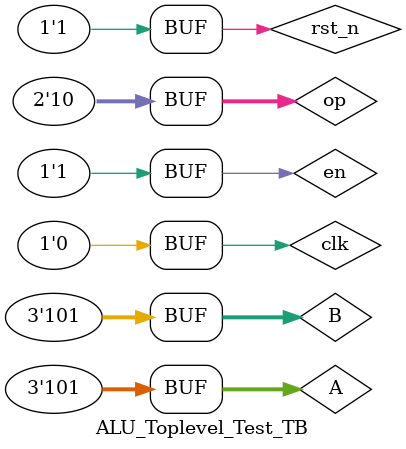
<source format=v>
`timescale 1ns/ 1ns

module ALU_Toplevel_Test_TB;

reg [2:0] A;
reg [2:0] B;
reg clk;
reg rst_n;
reg en;
reg [1:0]op;

wire [7:0]disp0; wire [7:0]disp1; wire [7:0]disp2; wire [7:0]disp3; wire [7:0]disp4; wire [7:0]disp5;

initial	begin
	A = 3'b0;
	B = 3'b0;
	rst_n = 1;
	en = 1;
	op = 2'b10;
	
	#5 clk = 1;
	#5 clk = 0;
	#5 clk = 1;
	#5 clk = 0;
	#5 clk = 1;A = 3'b101;B = 3'b101;
	#5 clk = 0;
	#5 clk = 1;
	#5 clk = 0;
	#5 clk = 1;
	#5 clk = 0;
	#5 clk = 1; 
	#5 clk = 0;
	#5 clk = 1;
	#5 clk = 0;
	#5 clk = 1;
	#5 clk = 0;
	
	end
	
ALU_Toplevel_Test u_ALU(
.op(op),
.en(en),
.rst_n(rst_n),
.CLK_50(clk),
.A(A),
.B(B),
.disp0(disp0),
.disp1(disp1),
.disp2(disp2),
.disp3(disp3),
.disp4(disp4),
.disp5(disp5));
endmodule
</source>
